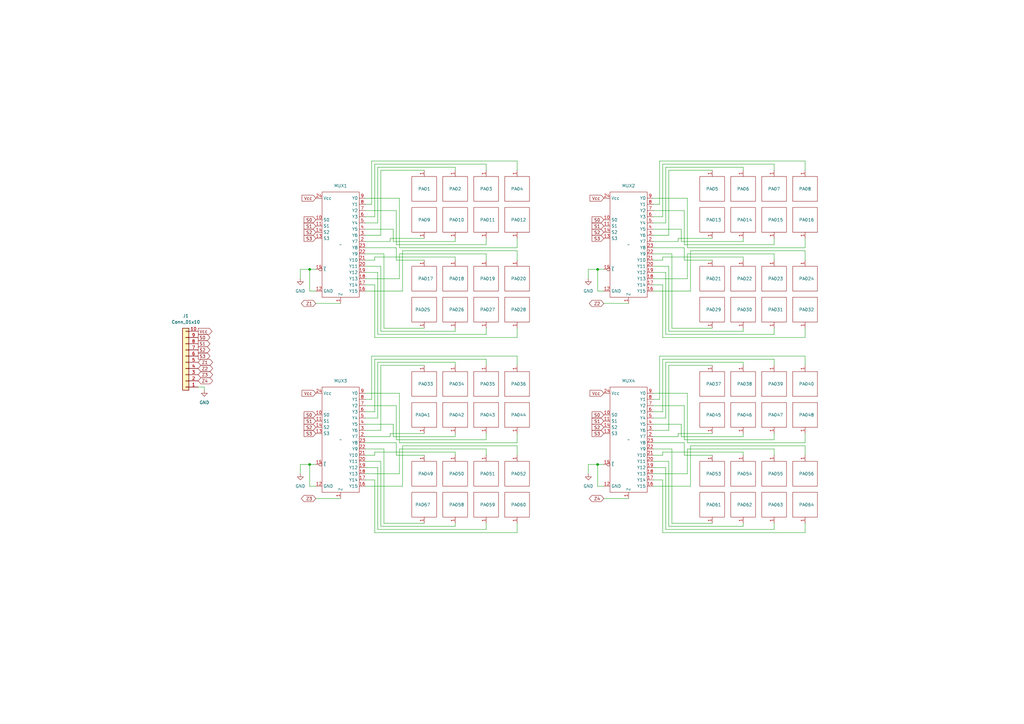
<source format=kicad_sch>
(kicad_sch (version 20230121) (generator eeschema)
  (paper "A3")
  (lib_symbols
    (symbol "Connector_Generic:Conn_01x10" (pin_names (offset 1.016) hide)
      (property "Reference" "J" (at 0 12.7 0))
      (property "Value" "Conn_01x10" (at 0 -15.24 0))
      (symbol "Conn_01x10_1_1"
        (rectangle (start -1.27 -12.573) (end 0 -12.827) (stroke (width 0.1524)))
        (rectangle (start -1.27 -10.033) (end 0 -10.287) (stroke (width 0.1524)))
        (rectangle (start -1.27 -7.493) (end 0 -7.747) (stroke (width 0.1524)))
        (rectangle (start -1.27 -4.953) (end 0 -5.207) (stroke (width 0.1524)))
        (rectangle (start -1.27 -2.413) (end 0 -2.667) (stroke (width 0.1524)))
        (rectangle (start -1.27 0.127) (end 0 -0.127) (stroke (width 0.1524)))
        (rectangle (start -1.27 2.667) (end 0 2.413) (stroke (width 0.1524)))
        (rectangle (start -1.27 5.207) (end 0 4.953) (stroke (width 0.1524)))
        (rectangle (start -1.27 7.747) (end 0 7.493) (stroke (width 0.1524)))
        (rectangle (start -1.27 10.287) (end 0 10.033) (stroke (width 0.1524)))
        (rectangle (start -1.27 11.43) (end 1.27 -13.97) (stroke (width 0.254)) (fill (type background)))
        (pin passive line (at -5.08 10.16 0) (length 3.81) (name "Pin_1") (number "1"))
        (pin passive line (at -5.08 -12.7 0) (length 3.81) (name "Pin_10") (number "10"))
        (pin passive line (at -5.08 7.62 0) (length 3.81) (name "Pin_2") (number "2"))
        (pin passive line (at -5.08 5.08 0) (length 3.81) (name "Pin_3") (number "3"))
        (pin passive line (at -5.08 2.54 0) (length 3.81) (name "Pin_4") (number "4"))
        (pin passive line (at -5.08 0 0) (length 3.81) (name "Pin_5") (number "5"))
        (pin passive line (at -5.08 -2.54 0) (length 3.81) (name "Pin_6") (number "6"))
        (pin passive line (at -5.08 -5.08 0) (length 3.81) (name "Pin_7") (number "7"))
        (pin passive line (at -5.08 -7.62 0) (length 3.81) (name "Pin_8") (number "8"))
        (pin passive line (at -5.08 -10.16 0) (length 3.81) (name "Pin_9") (number "9"))
      )
    )
    (symbol "gridcap_symbols:74HC4067PW-Q100J"
      (property "Reference" "MUX" (at 0 0 0))
      (symbol "74HC4067PW-Q100J_0_1"
        (rectangle (start -7.62 21.59) (end 7.62 -21.59))
      )
      (symbol "74HC4067PW-Q100J_1_1"
        (pin bidirectional line (at 0 -24.13 90) (length 2.54) (name "Z") (number "1"))
        (pin input line (at -10.16 10.16 0) (length 2.54) (name "S0") (number "10"))
        (pin input line (at -10.16 7.62 0) (length 2.54) (name "S1") (number "11"))
        (pin power_in line (at -10.16 -19.05 0) (length 2.54) (name "GND") (number "12"))
        (pin input line (at -10.16 2.54 0) (length 2.54) (name "S3") (number "13"))
        (pin input line (at -10.16 5.08 0) (length 2.54) (name "S2") (number "14"))
        (pin input inverted (at -10.16 -10.16 0) (length 2.54) (name "~{E}") (number "15"))
        (pin bidirectional line (at 10.16 -19.05 180) (length 2.54) (name "Y15") (number "16"))
        (pin bidirectional line (at 10.16 -16.51 180) (length 2.54) (name "Y14") (number "17"))
        (pin bidirectional line (at 10.16 -13.97 180) (length 2.54) (name "Y13") (number "18"))
        (pin bidirectional line (at 10.16 -11.43 180) (length 2.54) (name "Y12") (number "19"))
        (pin bidirectional line (at 10.16 1.27 180) (length 2.54) (name "Y7") (number "2"))
        (pin bidirectional line (at 10.16 -8.89 180) (length 2.54) (name "Y11") (number "20"))
        (pin bidirectional line (at 10.16 -6.35 180) (length 2.54) (name "Y10") (number "21"))
        (pin bidirectional line (at 10.16 -3.81 180) (length 2.54) (name "Y9") (number "22"))
        (pin bidirectional line (at 10.16 -1.27 180) (length 2.54) (name "Y8") (number "23"))
        (pin power_in line (at -10.16 19.05 0) (length 2.54) (name "Vcc") (number "24"))
        (pin bidirectional line (at 10.16 3.81 180) (length 2.54) (name "Y6") (number "3"))
        (pin bidirectional line (at 10.16 6.35 180) (length 2.54) (name "Y5") (number "4"))
        (pin bidirectional line (at 10.16 8.89 180) (length 2.54) (name "Y4") (number "5"))
        (pin bidirectional line (at 10.16 11.43 180) (length 2.54) (name "Y3") (number "6"))
        (pin bidirectional line (at 10.16 13.97 180) (length 2.54) (name "Y2") (number "7"))
        (pin bidirectional line (at 10.16 16.51 180) (length 2.54) (name "Y1") (number "8"))
        (pin bidirectional line (at 10.16 19.05 180) (length 2.54) (name "Y0") (number "9"))
      )
    )
    (symbol "gridcap_symbols:CAPACITOR_PAD"
      (property "Reference" "PAD" (at 0 0 0))
      (symbol "CAPACITOR_PAD_0_1"
        (rectangle (start -5.08 5.08) (end 5.08 -5.08))
      )
      (symbol "CAPACITOR_PAD_1_1"
        (pin bidirectional line (at 0 7.62 270) (length 2.54) (name "") (number "1"))
      )
    )
    (symbol "power:GND" (power) (pin_names (offset 0))
      (property "Value" "GND" (at 0 -3.81 0))
      (symbol "GND_0_1"
        (polyline (pts (xy 0 0) (xy 0 -1.27) (xy 1.27 -1.27) (xy 0 -2.54) (xy -1.27 -1.27) (xy 0 -1.27)))
      )
      (symbol "GND_1_1"
        (pin power_in line (at 0 0 270) (length 0) hide (name "GND") (number "1"))
      )
    )
  )
  (junction (at 127 190.5))
  (junction (at 245.11 190.5))
  (junction (at 127 110.49))
  (junction (at 245.11 110.49))
  (wire (pts (xy 149.86 81.28) (xy 163.83 81.28)))
  (wire (pts (xy 212.09 66.04) (xy 152.4 66.04)))
  (wire (pts (xy 271.78 168.91) (xy 271.78 147.32)))
  (wire (pts (xy 161.29 93.98) (xy 161.29 99.06)))
  (wire (pts (xy 304.8 185.42) (xy 304.8 186.69)))
  (wire (pts (xy 157.48 104.14) (xy 157.48 134.62)))
  (wire (pts (xy 267.97 88.9) (xy 271.78 88.9)))
  (wire (pts (xy 267.97 166.37) (xy 280.67 166.37)))
  (wire (pts (xy 153.67 88.9) (xy 153.67 67.31)))
  (wire (pts (xy 81.28 158.75) (xy 83.82 158.75)))
  (wire (pts (xy 271.78 138.43) (xy 330.2 138.43)))
  (wire (pts (xy 162.56 186.69) (xy 173.99 186.69)))
  (wire (pts (xy 275.59 214.63) (xy 292.1 214.63)))
  (wire (pts (xy 156.21 189.23) (xy 156.21 215.9)))
  (wire (pts (xy 247.65 110.49) (xy 245.11 110.49)))
  (wire (pts (xy 274.32 215.9) (xy 304.8 215.9)))
  (wire (pts (xy 129.54 124.46) (xy 139.7 124.46)))
  (wire (pts (xy 281.94 101.6) (xy 330.2 101.6)))
  (wire (pts (xy 156.21 69.85) (xy 173.99 69.85)))
  (wire (pts (xy 149.86 116.84) (xy 153.67 116.84)))
  (wire (pts (xy 83.82 158.75) (xy 83.82 160.02)))
  (wire (pts (xy 162.56 106.68) (xy 173.99 106.68)))
  (wire (pts (xy 154.94 217.17) (xy 199.39 217.17)))
  (wire (pts (xy 247.65 204.47) (xy 257.81 204.47)))
  (wire (pts (xy 160.02 99.06) (xy 149.86 99.06)))
  (wire (pts (xy 163.83 184.15) (xy 199.39 184.15)))
  (wire (pts (xy 154.94 137.16) (xy 199.39 137.16)))
  (wire (pts (xy 153.67 116.84) (xy 153.67 138.43)))
  (wire (pts (xy 270.51 66.04) (xy 270.51 83.82)))
  (wire (pts (xy 153.67 218.44) (xy 212.09 218.44)))
  (wire (pts (xy 267.97 196.85) (xy 271.78 196.85)))
  (wire (pts (xy 304.8 135.89) (xy 304.8 134.62)))
  (wire (pts (xy 278.13 179.07) (xy 267.97 179.07)))
  (wire (pts (xy 267.97 116.84) (xy 271.78 116.84)))
  (wire (pts (xy 149.86 166.37) (xy 162.56 166.37)))
  (wire (pts (xy 162.56 166.37) (xy 162.56 180.34)))
  (wire (pts (xy 153.67 105.41) (xy 153.67 106.68)))
  (wire (pts (xy 280.67 100.33) (xy 317.5 100.33)))
  (wire (pts (xy 161.29 99.06) (xy 186.69 99.06)))
  (wire (pts (xy 149.86 184.15) (xy 157.48 184.15)))
  (wire (pts (xy 162.56 101.6) (xy 162.56 106.68)))
  (wire (pts (xy 241.3 110.49) (xy 241.3 114.3)))
  (wire (pts (xy 212.09 69.85) (xy 212.09 66.04)))
  (wire (pts (xy 274.32 176.53) (xy 274.32 149.86)))
  (wire (pts (xy 156.21 96.52) (xy 156.21 69.85)))
  (wire (pts (xy 153.67 67.31) (xy 199.39 67.31)))
  (wire (pts (xy 153.67 106.68) (xy 149.86 106.68)))
  (wire (pts (xy 283.21 119.38) (xy 283.21 102.87)))
  (wire (pts (xy 267.97 181.61) (xy 280.67 181.61)))
  (wire (pts (xy 212.09 102.87) (xy 212.09 106.68)))
  (wire (pts (xy 157.48 214.63) (xy 173.99 214.63)))
  (wire (pts (xy 280.67 101.6) (xy 280.67 106.68)))
  (wire (pts (xy 245.11 190.5) (xy 241.3 190.5)))
  (wire (pts (xy 280.67 166.37) (xy 280.67 180.34)))
  (wire (pts (xy 267.97 93.98) (xy 279.4 93.98)))
  (wire (pts (xy 273.05 91.44) (xy 273.05 68.58)))
  (wire (pts (xy 156.21 149.86) (xy 173.99 149.86)))
  (wire (pts (xy 278.13 99.06) (xy 267.97 99.06)))
  (wire (pts (xy 149.86 104.14) (xy 157.48 104.14)))
  (wire (pts (xy 127 199.39) (xy 127 190.5)))
  (wire (pts (xy 279.4 173.99) (xy 279.4 179.07)))
  (wire (pts (xy 212.09 218.44) (xy 212.09 214.63)))
  (wire (pts (xy 317.5 137.16) (xy 317.5 134.62)))
  (wire (pts (xy 160.02 179.07) (xy 149.86 179.07)))
  (wire (pts (xy 245.11 110.49) (xy 241.3 110.49)))
  (wire (pts (xy 270.51 163.83) (xy 267.97 163.83)))
  (wire (pts (xy 267.97 168.91) (xy 271.78 168.91)))
  (wire (pts (xy 154.94 68.58) (xy 186.69 68.58)))
  (wire (pts (xy 271.78 67.31) (xy 317.5 67.31)))
  (wire (pts (xy 267.97 81.28) (xy 281.94 81.28)))
  (wire (pts (xy 330.2 102.87) (xy 330.2 106.68)))
  (wire (pts (xy 153.67 168.91) (xy 153.67 147.32)))
  (wire (pts (xy 161.29 173.99) (xy 161.29 179.07)))
  (wire (pts (xy 245.11 119.38) (xy 245.11 110.49)))
  (wire (pts (xy 271.78 106.68) (xy 267.97 106.68)))
  (wire (pts (xy 165.1 119.38) (xy 165.1 102.87)))
  (wire (pts (xy 275.59 104.14) (xy 275.59 134.62)))
  (wire (pts (xy 273.05 68.58) (xy 304.8 68.58)))
  (wire (pts (xy 212.09 181.61) (xy 212.09 177.8)))
  (wire (pts (xy 123.19 110.49) (xy 123.19 114.3)))
  (wire (pts (xy 163.83 194.31) (xy 163.83 184.15)))
  (wire (pts (xy 275.59 184.15) (xy 275.59 214.63)))
  (wire (pts (xy 281.94 161.29) (xy 281.94 181.61)))
  (wire (pts (xy 267.97 119.38) (xy 283.21 119.38)))
  (wire (pts (xy 163.83 161.29) (xy 163.83 181.61)))
  (wire (pts (xy 280.67 86.36) (xy 280.67 100.33)))
  (wire (pts (xy 271.78 147.32) (xy 317.5 147.32)))
  (wire (pts (xy 149.86 168.91) (xy 153.67 168.91)))
  (wire (pts (xy 129.54 119.38) (xy 127 119.38)))
  (wire (pts (xy 149.86 101.6) (xy 162.56 101.6)))
  (wire (pts (xy 149.86 189.23) (xy 156.21 189.23)))
  (wire (pts (xy 270.51 146.05) (xy 270.51 163.83)))
  (wire (pts (xy 149.86 196.85) (xy 153.67 196.85)))
  (wire (pts (xy 149.86 171.45) (xy 154.94 171.45)))
  (wire (pts (xy 330.2 218.44) (xy 330.2 214.63)))
  (wire (pts (xy 279.4 93.98) (xy 279.4 99.06)))
  (wire (pts (xy 149.86 173.99) (xy 161.29 173.99)))
  (wire (pts (xy 123.19 190.5) (xy 123.19 194.31)))
  (wire (pts (xy 267.97 91.44) (xy 273.05 91.44)))
  (wire (pts (xy 278.13 97.79) (xy 278.13 99.06)))
  (wire (pts (xy 212.09 146.05) (xy 152.4 146.05)))
  (wire (pts (xy 271.78 186.69) (xy 267.97 186.69)))
  (wire (pts (xy 271.78 196.85) (xy 271.78 218.44)))
  (wire (pts (xy 199.39 67.31) (xy 199.39 69.85)))
  (wire (pts (xy 161.29 179.07) (xy 186.69 179.07)))
  (wire (pts (xy 275.59 134.62) (xy 292.1 134.62)))
  (wire (pts (xy 247.65 199.39) (xy 245.11 199.39)))
  (wire (pts (xy 154.94 111.76) (xy 154.94 137.16)))
  (wire (pts (xy 283.21 182.88) (xy 330.2 182.88)))
  (wire (pts (xy 247.65 119.38) (xy 245.11 119.38)))
  (wire (pts (xy 281.94 194.31) (xy 281.94 184.15)))
  (wire (pts (xy 267.97 96.52) (xy 274.32 96.52)))
  (wire (pts (xy 273.05 137.16) (xy 317.5 137.16)))
  (wire (pts (xy 271.78 105.41) (xy 271.78 106.68)))
  (wire (pts (xy 247.65 124.46) (xy 257.81 124.46)))
  (wire (pts (xy 149.86 93.98) (xy 161.29 93.98)))
  (wire (pts (xy 149.86 194.31) (xy 163.83 194.31)))
  (wire (pts (xy 281.94 181.61) (xy 330.2 181.61)))
  (wire (pts (xy 186.69 68.58) (xy 186.69 69.85)))
  (wire (pts (xy 317.5 147.32) (xy 317.5 149.86)))
  (wire (pts (xy 274.32 149.86) (xy 292.1 149.86)))
  (wire (pts (xy 317.5 97.79) (xy 317.5 100.33)))
  (wire (pts (xy 271.78 185.42) (xy 271.78 186.69)))
  (wire (pts (xy 273.05 148.59) (xy 304.8 148.59)))
  (wire (pts (xy 280.67 186.69) (xy 292.1 186.69)))
  (wire (pts (xy 149.86 114.3) (xy 163.83 114.3)))
  (wire (pts (xy 152.4 83.82) (xy 149.86 83.82)))
  (wire (pts (xy 330.2 146.05) (xy 270.51 146.05)))
  (wire (pts (xy 127 110.49) (xy 123.19 110.49)))
  (wire (pts (xy 281.94 81.28) (xy 281.94 101.6)))
  (wire (pts (xy 199.39 137.16) (xy 199.39 134.62)))
  (wire (pts (xy 149.86 91.44) (xy 154.94 91.44)))
  (wire (pts (xy 271.78 105.41) (xy 304.8 105.41)))
  (wire (pts (xy 186.69 185.42) (xy 186.69 186.69)))
  (wire (pts (xy 212.09 101.6) (xy 212.09 97.79)))
  (wire (pts (xy 317.5 184.15) (xy 317.5 186.69)))
  (wire (pts (xy 149.86 96.52) (xy 156.21 96.52)))
  (wire (pts (xy 212.09 149.86) (xy 212.09 146.05)))
  (wire (pts (xy 163.83 81.28) (xy 163.83 101.6)))
  (wire (pts (xy 270.51 83.82) (xy 267.97 83.82)))
  (wire (pts (xy 186.69 105.41) (xy 186.69 106.68)))
  (wire (pts (xy 330.2 69.85) (xy 330.2 66.04)))
  (wire (pts (xy 271.78 88.9) (xy 271.78 67.31)))
  (wire (pts (xy 129.54 110.49) (xy 127 110.49)))
  (wire (pts (xy 273.05 191.77) (xy 273.05 217.17)))
  (wire (pts (xy 165.1 182.88) (xy 212.09 182.88)))
  (wire (pts (xy 154.94 148.59) (xy 186.69 148.59)))
  (wire (pts (xy 162.56 86.36) (xy 162.56 100.33)))
  (wire (pts (xy 186.69 148.59) (xy 186.69 149.86)))
  (wire (pts (xy 283.21 199.39) (xy 283.21 182.88)))
  (wire (pts (xy 267.97 161.29) (xy 281.94 161.29)))
  (wire (pts (xy 149.86 181.61) (xy 162.56 181.61)))
  (wire (pts (xy 330.2 66.04) (xy 270.51 66.04)))
  (wire (pts (xy 149.86 161.29) (xy 163.83 161.29)))
  (wire (pts (xy 292.1 97.79) (xy 278.13 97.79)))
  (wire (pts (xy 149.86 88.9) (xy 153.67 88.9)))
  (wire (pts (xy 156.21 176.53) (xy 156.21 149.86)))
  (wire (pts (xy 304.8 148.59) (xy 304.8 149.86)))
  (wire (pts (xy 153.67 105.41) (xy 186.69 105.41)))
  (wire (pts (xy 162.56 180.34) (xy 199.39 180.34)))
  (wire (pts (xy 163.83 114.3) (xy 163.83 104.14)))
  (wire (pts (xy 281.94 114.3) (xy 281.94 104.14)))
  (wire (pts (xy 317.5 104.14) (xy 317.5 106.68)))
  (wire (pts (xy 149.86 119.38) (xy 165.1 119.38)))
  (wire (pts (xy 317.5 217.17) (xy 317.5 214.63)))
  (wire (pts (xy 274.32 69.85) (xy 292.1 69.85)))
  (wire (pts (xy 245.11 199.39) (xy 245.11 190.5)))
  (wire (pts (xy 330.2 101.6) (xy 330.2 97.79)))
  (wire (pts (xy 304.8 177.8) (xy 304.8 179.07)))
  (wire (pts (xy 156.21 135.89) (xy 186.69 135.89)))
  (wire (pts (xy 156.21 215.9) (xy 186.69 215.9)))
  (wire (pts (xy 149.86 111.76) (xy 154.94 111.76)))
  (wire (pts (xy 274.32 135.89) (xy 304.8 135.89)))
  (wire (pts (xy 304.8 215.9) (xy 304.8 214.63)))
  (wire (pts (xy 267.97 101.6) (xy 280.67 101.6)))
  (wire (pts (xy 304.8 68.58) (xy 304.8 69.85)))
  (wire (pts (xy 199.39 217.17) (xy 199.39 214.63)))
  (wire (pts (xy 153.67 185.42) (xy 186.69 185.42)))
  (wire (pts (xy 280.67 180.34) (xy 317.5 180.34)))
  (wire (pts (xy 186.69 97.79) (xy 186.69 99.06)))
  (wire (pts (xy 280.67 106.68) (xy 292.1 106.68)))
  (wire (pts (xy 154.94 191.77) (xy 154.94 217.17)))
  (wire (pts (xy 274.32 109.22) (xy 274.32 135.89)))
  (wire (pts (xy 186.69 177.8) (xy 186.69 179.07)))
  (wire (pts (xy 280.67 181.61) (xy 280.67 186.69)))
  (wire (pts (xy 162.56 181.61) (xy 162.56 186.69)))
  (wire (pts (xy 273.05 111.76) (xy 273.05 137.16)))
  (wire (pts (xy 271.78 218.44) (xy 330.2 218.44)))
  (wire (pts (xy 304.8 97.79) (xy 304.8 99.06)))
  (wire (pts (xy 165.1 102.87) (xy 212.09 102.87)))
  (wire (pts (xy 157.48 134.62) (xy 173.99 134.62)))
  (wire (pts (xy 153.67 186.69) (xy 149.86 186.69)))
  (wire (pts (xy 267.97 173.99) (xy 279.4 173.99)))
  (wire (pts (xy 154.94 171.45) (xy 154.94 148.59)))
  (wire (pts (xy 304.8 105.41) (xy 304.8 106.68)))
  (wire (pts (xy 173.99 177.8) (xy 160.02 177.8)))
  (wire (pts (xy 152.4 66.04) (xy 152.4 83.82)))
  (wire (pts (xy 267.97 189.23) (xy 274.32 189.23)))
  (wire (pts (xy 247.65 190.5) (xy 245.11 190.5)))
  (wire (pts (xy 278.13 177.8) (xy 278.13 179.07)))
  (wire (pts (xy 127 119.38) (xy 127 110.49)))
  (wire (pts (xy 160.02 97.79) (xy 160.02 99.06)))
  (wire (pts (xy 274.32 96.52) (xy 274.32 69.85)))
  (wire (pts (xy 292.1 177.8) (xy 278.13 177.8)))
  (wire (pts (xy 157.48 184.15) (xy 157.48 214.63)))
  (wire (pts (xy 267.97 109.22) (xy 274.32 109.22)))
  (wire (pts (xy 149.86 86.36) (xy 162.56 86.36)))
  (wire (pts (xy 153.67 185.42) (xy 153.67 186.69)))
  (wire (pts (xy 267.97 104.14) (xy 275.59 104.14)))
  (wire (pts (xy 129.54 190.5) (xy 127 190.5)))
  (wire (pts (xy 267.97 111.76) (xy 273.05 111.76)))
  (wire (pts (xy 273.05 217.17) (xy 317.5 217.17)))
  (wire (pts (xy 267.97 194.31) (xy 281.94 194.31)))
  (wire (pts (xy 281.94 184.15) (xy 317.5 184.15)))
  (wire (pts (xy 149.86 176.53) (xy 156.21 176.53)))
  (wire (pts (xy 273.05 171.45) (xy 273.05 148.59)))
  (wire (pts (xy 149.86 199.39) (xy 165.1 199.39)))
  (wire (pts (xy 330.2 182.88) (xy 330.2 186.69)))
  (wire (pts (xy 330.2 181.61) (xy 330.2 177.8)))
  (wire (pts (xy 186.69 135.89) (xy 186.69 134.62)))
  (wire (pts (xy 152.4 163.83) (xy 149.86 163.83)))
  (wire (pts (xy 129.54 204.47) (xy 139.7 204.47)))
  (wire (pts (xy 267.97 191.77) (xy 273.05 191.77)))
  (wire (pts (xy 330.2 149.86) (xy 330.2 146.05)))
  (wire (pts (xy 267.97 171.45) (xy 273.05 171.45)))
  (wire (pts (xy 199.39 97.79) (xy 199.39 100.33)))
  (wire (pts (xy 153.67 147.32) (xy 199.39 147.32)))
  (wire (pts (xy 154.94 91.44) (xy 154.94 68.58)))
  (wire (pts (xy 163.83 101.6) (xy 212.09 101.6)))
  (wire (pts (xy 267.97 176.53) (xy 274.32 176.53)))
  (wire (pts (xy 160.02 177.8) (xy 160.02 179.07)))
  (wire (pts (xy 152.4 146.05) (xy 152.4 163.83)))
  (wire (pts (xy 186.69 215.9) (xy 186.69 214.63)))
  (wire (pts (xy 156.21 109.22) (xy 156.21 135.89)))
  (wire (pts (xy 330.2 138.43) (xy 330.2 134.62)))
  (wire (pts (xy 271.78 185.42) (xy 304.8 185.42)))
  (wire (pts (xy 212.09 138.43) (xy 212.09 134.62)))
  (wire (pts (xy 274.32 189.23) (xy 274.32 215.9)))
  (wire (pts (xy 153.67 138.43) (xy 212.09 138.43)))
  (wire (pts (xy 173.99 97.79) (xy 160.02 97.79)))
  (wire (pts (xy 153.67 196.85) (xy 153.67 218.44)))
  (wire (pts (xy 283.21 102.87) (xy 330.2 102.87)))
  (wire (pts (xy 267.97 86.36) (xy 280.67 86.36)))
  (wire (pts (xy 317.5 177.8) (xy 317.5 180.34)))
  (wire (pts (xy 267.97 199.39) (xy 283.21 199.39)))
  (wire (pts (xy 199.39 184.15) (xy 199.39 186.69)))
  (wire (pts (xy 279.4 99.06) (xy 304.8 99.06)))
  (wire (pts (xy 199.39 177.8) (xy 199.39 180.34)))
  (wire (pts (xy 163.83 104.14) (xy 199.39 104.14)))
  (wire (pts (xy 162.56 100.33) (xy 199.39 100.33)))
  (wire (pts (xy 241.3 190.5) (xy 241.3 194.31)))
  (wire (pts (xy 281.94 104.14) (xy 317.5 104.14)))
  (wire (pts (xy 279.4 179.07) (xy 304.8 179.07)))
  (wire (pts (xy 163.83 181.61) (xy 212.09 181.61)))
  (wire (pts (xy 149.86 191.77) (xy 154.94 191.77)))
  (wire (pts (xy 127 190.5) (xy 123.19 190.5)))
  (wire (pts (xy 267.97 184.15) (xy 275.59 184.15)))
  (wire (pts (xy 267.97 114.3) (xy 281.94 114.3)))
  (wire (pts (xy 165.1 199.39) (xy 165.1 182.88)))
  (wire (pts (xy 199.39 104.14) (xy 199.39 106.68)))
  (wire (pts (xy 212.09 182.88) (xy 212.09 186.69)))
  (wire (pts (xy 317.5 67.31) (xy 317.5 69.85)))
  (wire (pts (xy 129.54 199.39) (xy 127 199.39)))
  (wire (pts (xy 271.78 116.84) (xy 271.78 138.43)))
  (wire (pts (xy 199.39 147.32) (xy 199.39 149.86)))
  (wire (pts (xy 149.86 109.22) (xy 156.21 109.22)))
  (global_label "S3" (shape input) (at 129.54 97.79 180) (property "Intersheetrefs" "${INTERSHEET_REFS}" (effects hide)))
  (global_label "S1" (shape input) (at 247.65 92.71 180) (property "Intersheetrefs" "${INTERSHEET_REFS}" (effects hide)))
  (global_label "Vcc" (shape output) (at 81.28 135.89 0) (property "Intersheetrefs" "${INTERSHEET_REFS}" (effects hide)))
  (global_label "S0" (shape input) (at 129.54 170.18 180) (property "Intersheetrefs" "${INTERSHEET_REFS}" (effects hide)))
  (global_label "S1" (shape input) (at 129.54 172.72 180) (property "Intersheetrefs" "${INTERSHEET_REFS}" (effects hide)))
  (global_label "S0" (shape input) (at 129.54 90.17 180) (property "Intersheetrefs" "${INTERSHEET_REFS}" (effects hide)))
  (global_label "Z4" (shape bidirectional) (at 81.28 156.21 0) (property "Intersheetrefs" "${INTERSHEET_REFS}" (effects hide)))
  (global_label "S2" (shape input) (at 129.54 95.25 180) (property "Intersheetrefs" "${INTERSHEET_REFS}" (effects hide)))
  (global_label "S1" (shape input) (at 247.65 172.72 180) (property "Intersheetrefs" "${INTERSHEET_REFS}" (effects hide)))
  (global_label "Vcc" (shape input) (at 129.54 81.28 180) (property "Intersheetrefs" "${INTERSHEET_REFS}" (effects hide)))
  (global_label "Z2" (shape bidirectional) (at 81.28 151.13 0) (property "Intersheetrefs" "${INTERSHEET_REFS}" (effects hide)))
  (global_label "S1" (shape output) (at 81.28 140.97 0) (property "Intersheetrefs" "${INTERSHEET_REFS}" (effects hide)))
  (global_label "Z3" (shape bidirectional) (at 81.28 153.67 0) (property "Intersheetrefs" "${INTERSHEET_REFS}" (effects hide)))
  (global_label "S3" (shape input) (at 247.65 97.79 180) (property "Intersheetrefs" "${INTERSHEET_REFS}" (effects hide)))
  (global_label "Vcc" (shape input) (at 247.65 161.29 180) (property "Intersheetrefs" "${INTERSHEET_REFS}" (effects hide)))
  (global_label "S2" (shape input) (at 247.65 95.25 180) (property "Intersheetrefs" "${INTERSHEET_REFS}" (effects hide)))
  (global_label "S0" (shape output) (at 81.28 138.43 0) (property "Intersheetrefs" "${INTERSHEET_REFS}" (effects hide)))
  (global_label "S0" (shape input) (at 247.65 170.18 180) (property "Intersheetrefs" "${INTERSHEET_REFS}" (effects hide)))
  (global_label "Vcc" (shape input) (at 129.54 161.29 180) (property "Intersheetrefs" "${INTERSHEET_REFS}" (effects hide)))
  (global_label "S2" (shape output) (at 81.28 143.51 0) (property "Intersheetrefs" "${INTERSHEET_REFS}" (effects hide)))
  (global_label "S3" (shape input) (at 247.65 177.8 180) (property "Intersheetrefs" "${INTERSHEET_REFS}" (effects hide)))
  (global_label "Vcc" (shape input) (at 247.65 81.28 180) (property "Intersheetrefs" "${INTERSHEET_REFS}" (effects hide)))
  (global_label "Z4" (shape bidirectional) (at 247.65 204.47 180) (property "Intersheetrefs" "${INTERSHEET_REFS}" (effects hide)))
  (global_label "S3" (shape input) (at 129.54 177.8 180) (property "Intersheetrefs" "${INTERSHEET_REFS}" (effects hide)))
  (global_label "S0" (shape input) (at 247.65 90.17 180) (property "Intersheetrefs" "${INTERSHEET_REFS}" (effects hide)))
  (global_label "Z1" (shape bidirectional) (at 81.28 148.59 0) (property "Intersheetrefs" "${INTERSHEET_REFS}" (effects hide)))
  (global_label "Z1" (shape bidirectional) (at 129.54 124.46 180) (property "Intersheetrefs" "${INTERSHEET_REFS}" (effects hide)))
  (global_label "S1" (shape input) (at 129.54 92.71 180) (property "Intersheetrefs" "${INTERSHEET_REFS}" (effects hide)))
  (global_label "Z2" (shape bidirectional) (at 247.65 124.46 180) (property "Intersheetrefs" "${INTERSHEET_REFS}" (effects hide)))
  (global_label "S2" (shape input) (at 247.65 175.26 180) (property "Intersheetrefs" "${INTERSHEET_REFS}" (effects hide)))
  (global_label "Z3" (shape bidirectional) (at 129.54 204.47 180) (property "Intersheetrefs" "${INTERSHEET_REFS}" (effects hide)))
  (global_label "S3" (shape output) (at 81.28 146.05 0) (property "Intersheetrefs" "${INTERSHEET_REFS}" (effects hide)))
  (global_label "S2" (shape input) (at 129.54 175.26 180) (property "Intersheetrefs" "${INTERSHEET_REFS}" (effects hide)))
  (symbol (lib_id "gridcap_symbols:CAPACITOR_PAD") (at 173.99 127 180) (unit 1)
    (property "Reference" "PAD25" (at 176.53 127 0) (effects (justify left)))
    (property "Value" "~" (at 173.99 127 0))
    (property "Footprint" "gridcap_footprints:CAPACITOR_PAD" (effects hide))
  )
  (symbol (lib_id "gridcap_symbols:CAPACITOR_PAD") (at 330.2 114.3 0) (unit 1)
    (property "Reference" "PAD24" (at 327.66 114.3 0) (effects (justify left)))
    (property "Value" "~" (at 330.2 114.3 0))
    (property "Footprint" "gridcap_footprints:CAPACITOR_PAD" (effects hide))
  )
  (symbol (lib_id "gridcap_symbols:CAPACITOR_PAD") (at 199.39 207.01 0) (mirror x) (unit 1)
    (property "Reference" "PAD59" (at 196.85 207.01 0) (effects (justify left)))
    (property "Value" "~" (at 199.39 207.01 0))
    (property "Footprint" "gridcap_footprints:CAPACITOR_PAD" (effects hide))
  )
  (symbol (lib_id "gridcap_symbols:CAPACITOR_PAD") (at 212.09 157.48 0) (unit 1)
    (property "Reference" "PAD36" (at 209.55 157.48 0) (effects (justify left)))
    (property "Value" "~" (at 212.09 157.48 0))
    (property "Footprint" "gridcap_footprints:CAPACITOR_PAD" (effects hide))
  )
  (symbol (lib_id "gridcap_symbols:CAPACITOR_PAD") (at 304.8 207.01 0) (mirror x) (unit 1)
    (property "Reference" "PAD62" (at 302.26 207.01 0) (effects (justify left)))
    (property "Value" "~" (at 304.8 207.01 0))
    (property "Footprint" "gridcap_footprints:CAPACITOR_PAD" (effects hide))
  )
  (symbol (lib_id "gridcap_symbols:CAPACITOR_PAD") (at 317.5 127 0) (mirror x) (unit 1)
    (property "Reference" "PAD31" (at 314.96 127 0) (effects (justify left)))
    (property "Value" "~" (at 317.5 127 0))
    (property "Footprint" "gridcap_footprints:CAPACITOR_PAD" (effects hide))
  )
  (symbol (lib_id "gridcap_symbols:CAPACITOR_PAD") (at 292.1 114.3 0) (unit 1)
    (property "Reference" "PAD21" (at 289.56 114.3 0) (effects (justify left)))
    (property "Value" "~" (at 292.1 114.3 0))
    (property "Footprint" "gridcap_footprints:CAPACITOR_PAD" (effects hide))
  )
  (symbol (lib_id "gridcap_symbols:CAPACITOR_PAD") (at 317.5 77.47 0) (unit 1)
    (property "Reference" "PAD7" (at 314.96 77.47 0) (effects (justify left)))
    (property "Value" "~" (at 317.5 77.47 0))
    (property "Footprint" "gridcap_footprints:CAPACITOR_PAD" (effects hide))
  )
  (symbol (lib_id "gridcap_symbols:CAPACITOR_PAD") (at 330.2 127 0) (mirror x) (unit 1)
    (property "Reference" "PAD32" (at 327.66 127 0) (effects (justify left)))
    (property "Value" "~" (at 330.2 127 0))
    (property "Footprint" "gridcap_footprints:CAPACITOR_PAD" (effects hide))
  )
  (symbol (lib_id "gridcap_symbols:CAPACITOR_PAD") (at 317.5 194.31 0) (unit 1)
    (property "Reference" "PAD55" (at 314.96 194.31 0) (effects (justify left)))
    (property "Value" "~" (at 317.5 194.31 0))
    (property "Footprint" "gridcap_footprints:CAPACITOR_PAD" (effects hide))
  )
  (symbol (lib_id "power:GND") (at 241.3 114.3 0) (unit 1)
    (property "Reference" "#PWR02" (effects hide))
    (property "Value" "GND" (at 241.3 119.38 0))
  )
  (symbol (lib_id "gridcap_symbols:CAPACITOR_PAD") (at 212.09 114.3 0) (unit 1)
    (property "Reference" "PAD20" (at 209.55 114.3 0) (effects (justify left)))
    (property "Value" "~" (at 212.09 114.3 0))
    (property "Footprint" "gridcap_footprints:CAPACITOR_PAD" (effects hide))
  )
  (symbol (lib_id "gridcap_symbols:CAPACITOR_PAD") (at 292.1 157.48 0) (unit 1)
    (property "Reference" "PAD37" (at 289.56 157.48 0) (effects (justify left)))
    (property "Value" "~" (at 292.1 157.48 0))
    (property "Footprint" "gridcap_footprints:CAPACITOR_PAD" (effects hide))
  )
  (symbol (lib_id "gridcap_symbols:CAPACITOR_PAD") (at 292.1 127 0) (mirror x) (unit 1)
    (property "Reference" "PAD29" (at 289.56 127 0) (effects (justify left)))
    (property "Value" "~" (at 292.1 127 0))
    (property "Footprint" "gridcap_footprints:CAPACITOR_PAD" (effects hide))
  )
  (symbol (lib_id "gridcap_symbols:CAPACITOR_PAD") (at 317.5 157.48 0) (unit 1)
    (property "Reference" "PAD39" (at 314.96 157.48 0) (effects (justify left)))
    (property "Value" "~" (at 317.5 157.48 0))
    (property "Footprint" "gridcap_footprints:CAPACITOR_PAD" (effects hide))
  )
  (symbol (lib_id "gridcap_symbols:CAPACITOR_PAD") (at 292.1 77.47 0) (unit 1)
    (property "Reference" "PAD5" (at 289.56 77.47 0) (effects (justify left)))
    (property "Value" "~" (at 292.1 77.47 0))
    (property "Footprint" "gridcap_footprints:CAPACITOR_PAD" (effects hide))
  )
  (symbol (lib_id "gridcap_symbols:CAPACITOR_PAD") (at 292.1 90.17 0) (mirror x) (unit 1)
    (property "Reference" "PAD13" (at 289.56 90.17 0) (effects (justify left)))
    (property "Value" "~" (at 292.1 90.17 0))
    (property "Footprint" "gridcap_footprints:CAPACITOR_PAD" (effects hide))
  )
  (symbol (lib_id "power:GND") (at 83.82 160.02 0) (unit 1)
    (property "Reference" "#PWR05" (effects hide))
    (property "Value" "GND" (at 83.82 165.1 0))
  )
  (symbol (lib_id "gridcap_symbols:CAPACITOR_PAD") (at 186.69 127 0) (mirror x) (unit 1)
    (property "Reference" "PAD26" (at 184.15 127 0) (effects (justify left)))
    (property "Value" "~" (at 186.69 127 0))
    (property "Footprint" "gridcap_footprints:CAPACITOR_PAD" (effects hide))
  )
  (symbol (lib_id "gridcap_symbols:CAPACITOR_PAD") (at 199.39 157.48 0) (unit 1)
    (property "Reference" "PAD35" (at 196.85 157.48 0) (effects (justify left)))
    (property "Value" "~" (at 199.39 157.48 0))
    (property "Footprint" "gridcap_footprints:CAPACITOR_PAD" (effects hide))
  )
  (symbol (lib_id "gridcap_symbols:CAPACITOR_PAD") (at 317.5 207.01 0) (mirror x) (unit 1)
    (property "Reference" "PAD63" (at 314.96 207.01 0) (effects (justify left)))
    (property "Value" "~" (at 317.5 207.01 0))
    (property "Footprint" "gridcap_footprints:CAPACITOR_PAD" (effects hide))
  )
  (symbol (lib_id "gridcap_symbols:CAPACITOR_PAD") (at 292.1 170.18 0) (mirror x) (unit 1)
    (property "Reference" "PAD45" (at 289.56 170.18 0) (effects (justify left)))
    (property "Value" "~" (at 292.1 170.18 0))
    (property "Footprint" "gridcap_footprints:CAPACITOR_PAD" (effects hide))
  )
  (symbol (lib_id "gridcap_symbols:CAPACITOR_PAD") (at 292.1 207.01 0) (mirror x) (unit 1)
    (property "Reference" "PAD61" (at 289.56 207.01 0) (effects (justify left)))
    (property "Value" "~" (at 292.1 207.01 0))
    (property "Footprint" "gridcap_footprints:CAPACITOR_PAD" (effects hide))
  )
  (symbol (lib_id "gridcap_symbols:CAPACITOR_PAD") (at 186.69 194.31 0) (unit 1)
    (property "Reference" "PAD50" (at 184.15 194.31 0) (effects (justify left)))
    (property "Value" "~" (at 186.69 194.31 0))
    (property "Footprint" "gridcap_footprints:CAPACITOR_PAD" (effects hide))
  )
  (symbol (lib_id "gridcap_symbols:CAPACITOR_PAD") (at 199.39 127 0) (mirror x) (unit 1)
    (property "Reference" "PAD27" (at 196.85 127 0) (effects (justify left)))
    (property "Value" "~" (at 199.39 127 0))
    (property "Footprint" "gridcap_footprints:CAPACITOR_PAD" (effects hide))
  )
  (symbol (lib_id "gridcap_symbols:CAPACITOR_PAD") (at 317.5 114.3 0) (unit 1)
    (property "Reference" "PAD23" (at 314.96 114.3 0) (effects (justify left)))
    (property "Value" "~" (at 317.5 114.3 0))
    (property "Footprint" "gridcap_footprints:CAPACITOR_PAD" (effects hide))
  )
  (symbol (lib_id "power:GND") (at 241.3 194.31 0) (unit 1)
    (property "Reference" "#PWR04" (effects hide))
    (property "Value" "GND" (at 241.3 199.39 0))
  )
  (symbol (lib_id "Connector_Generic:Conn_01x10") (at 76.2 148.59 180) (unit 1)
    (property "Reference" "J1" (at 76.2 129.54 0))
    (property "Value" "Conn_01x10" (at 76.2 132.08 0))
    (property "Footprint" "Connector_PinHeader_2.54mm:PinHeader_1x10_P2.54mm_Vertical" (effects hide))
  )
  (symbol (lib_id "gridcap_symbols:CAPACITOR_PAD") (at 304.8 127 0) (mirror x) (unit 1)
    (property "Reference" "PAD30" (at 302.26 127 0) (effects (justify left)))
    (property "Value" "~" (at 304.8 127 0))
    (property "Footprint" "gridcap_footprints:CAPACITOR_PAD" (effects hide))
  )
  (symbol (lib_id "gridcap_symbols:CAPACITOR_PAD") (at 199.39 170.18 0) (mirror x) (unit 1)
    (property "Reference" "PAD43" (at 196.85 170.18 0) (effects (justify left)))
    (property "Value" "~" (at 199.39 170.18 0))
    (property "Footprint" "gridcap_footprints:CAPACITOR_PAD" (effects hide))
  )
  (symbol (lib_id "gridcap_symbols:74HC4067PW-Q100J") (at 257.81 100.33 0) (unit 1)
    (property "Reference" "MUX2" (at 257.81 76.2 0))
    (property "Value" "~" (at 257.81 100.33 0))
    (property "Footprint" "gridcap_footprints:74HC4067PW-Q100J" (effects hide))
  )
  (symbol (lib_id "gridcap_symbols:74HC4067PW-Q100J") (at 139.7 100.33 0) (unit 1)
    (property "Reference" "MUX1" (at 139.7 76.2 0))
    (property "Value" "~" (at 139.7 100.33 0))
    (property "Footprint" "gridcap_footprints:74HC4067PW-Q100J" (effects hide))
  )
  (symbol (lib_id "power:GND") (at 123.19 194.31 0) (unit 1)
    (property "Reference" "#PWR03" (effects hide))
    (property "Value" "GND" (at 123.19 199.39 0))
  )
  (symbol (lib_id "gridcap_symbols:CAPACITOR_PAD") (at 186.69 77.47 0) (unit 1)
    (property "Reference" "PAD2" (at 184.15 77.47 0) (effects (justify left)))
    (property "Value" "~" (at 186.69 77.47 0))
    (property "Footprint" "gridcap_footprints:CAPACITOR_PAD" (effects hide))
  )
  (symbol (lib_id "gridcap_symbols:CAPACITOR_PAD") (at 212.09 170.18 0) (mirror x) (unit 1)
    (property "Reference" "PAD44" (at 209.55 170.18 0) (effects (justify left)))
    (property "Value" "~" (at 212.09 170.18 0))
    (property "Footprint" "gridcap_footprints:CAPACITOR_PAD" (effects hide))
  )
  (symbol (lib_id "gridcap_symbols:74HC4067PW-Q100J") (at 257.81 180.34 0) (unit 1)
    (property "Reference" "MUX4" (at 257.81 156.21 0))
    (property "Value" "~" (at 257.81 180.34 0))
    (property "Footprint" "gridcap_footprints:74HC4067PW-Q100J" (effects hide))
  )
  (symbol (lib_id "gridcap_symbols:CAPACITOR_PAD") (at 173.99 114.3 0) (unit 1)
    (property "Reference" "PAD17" (at 171.45 114.3 0) (effects (justify left)))
    (property "Value" "~" (at 173.99 114.3 0))
    (property "Footprint" "gridcap_footprints:CAPACITOR_PAD" (effects hide))
  )
  (symbol (lib_id "gridcap_symbols:CAPACITOR_PAD") (at 186.69 90.17 0) (mirror x) (unit 1)
    (property "Reference" "PAD10" (at 184.15 90.17 0) (effects (justify left)))
    (property "Value" "~" (at 186.69 90.17 0))
    (property "Footprint" "gridcap_footprints:CAPACITOR_PAD" (effects hide))
  )
  (symbol (lib_id "gridcap_symbols:CAPACITOR_PAD") (at 212.09 207.01 0) (mirror x) (unit 1)
    (property "Reference" "PAD60" (at 209.55 207.01 0) (effects (justify left)))
    (property "Value" "~" (at 212.09 207.01 0))
    (property "Footprint" "gridcap_footprints:CAPACITOR_PAD" (effects hide))
  )
  (symbol (lib_id "gridcap_symbols:CAPACITOR_PAD") (at 304.8 90.17 0) (mirror x) (unit 1)
    (property "Reference" "PAD14" (at 302.26 90.17 0) (effects (justify left)))
    (property "Value" "~" (at 304.8 90.17 0))
    (property "Footprint" "gridcap_footprints:CAPACITOR_PAD" (effects hide))
  )
  (symbol (lib_id "gridcap_symbols:74HC4067PW-Q100J") (at 139.7 180.34 0) (unit 1)
    (property "Reference" "MUX3" (at 139.7 156.21 0))
    (property "Value" "~" (at 139.7 180.34 0))
    (property "Footprint" "gridcap_footprints:74HC4067PW-Q100J" (effects hide))
  )
  (symbol (lib_id "power:GND") (at 123.19 114.3 0) (unit 1)
    (property "Reference" "#PWR01" (effects hide))
    (property "Value" "GND" (at 123.19 119.38 0))
  )
  (symbol (lib_id "gridcap_symbols:CAPACITOR_PAD") (at 212.09 77.47 0) (unit 1)
    (property "Reference" "PAD4" (at 209.55 77.47 0) (effects (justify left)))
    (property "Value" "~" (at 212.09 77.47 0))
    (property "Footprint" "gridcap_footprints:CAPACITOR_PAD" (effects hide))
  )
  (symbol (lib_id "gridcap_symbols:CAPACITOR_PAD") (at 173.99 90.17 180) (unit 1)
    (property "Reference" "PAD9" (at 176.53 90.17 0) (effects (justify left)))
    (property "Value" "~" (at 173.99 90.17 0))
    (property "Footprint" "gridcap_footprints:CAPACITOR_PAD" (effects hide))
  )
  (symbol (lib_id "gridcap_symbols:CAPACITOR_PAD") (at 212.09 90.17 0) (mirror x) (unit 1)
    (property "Reference" "PAD12" (at 209.55 90.17 0) (effects (justify left)))
    (property "Value" "~" (at 212.09 90.17 0))
    (property "Footprint" "gridcap_footprints:CAPACITOR_PAD" (effects hide))
  )
  (symbol (lib_id "gridcap_symbols:CAPACITOR_PAD") (at 304.8 157.48 0) (unit 1)
    (property "Reference" "PAD38" (at 302.26 157.48 0) (effects (justify left)))
    (property "Value" "~" (at 304.8 157.48 0))
    (property "Footprint" "gridcap_footprints:CAPACITOR_PAD" (effects hide))
  )
  (symbol (lib_id "gridcap_symbols:CAPACITOR_PAD") (at 173.99 77.47 0) (unit 1)
    (property "Reference" "PAD1" (at 173.99 77.47 0))
    (property "Value" "~" (at 173.99 77.47 0))
    (property "Footprint" "gridcap_footprints:CAPACITOR_PAD" (effects hide))
  )
  (symbol (lib_id "gridcap_symbols:CAPACITOR_PAD") (at 304.8 170.18 0) (mirror x) (unit 1)
    (property "Reference" "PAD46" (at 302.26 170.18 0) (effects (justify left)))
    (property "Value" "~" (at 304.8 170.18 0))
    (property "Footprint" "gridcap_footprints:CAPACITOR_PAD" (effects hide))
  )
  (symbol (lib_id "gridcap_symbols:CAPACITOR_PAD") (at 330.2 90.17 0) (mirror x) (unit 1)
    (property "Reference" "PAD16" (at 327.66 90.17 0) (effects (justify left)))
    (property "Value" "~" (at 330.2 90.17 0))
    (property "Footprint" "gridcap_footprints:CAPACITOR_PAD" (effects hide))
  )
  (symbol (lib_id "gridcap_symbols:CAPACITOR_PAD") (at 173.99 170.18 180) (unit 1)
    (property "Reference" "PAD41" (at 176.53 170.18 0) (effects (justify left)))
    (property "Value" "~" (at 173.99 170.18 0))
    (property "Footprint" "gridcap_footprints:CAPACITOR_PAD" (effects hide))
  )
  (symbol (lib_id "gridcap_symbols:CAPACITOR_PAD") (at 173.99 194.31 0) (unit 1)
    (property "Reference" "PAD49" (at 171.45 194.31 0) (effects (justify left)))
    (property "Value" "~" (at 173.99 194.31 0))
    (property "Footprint" "gridcap_footprints:CAPACITOR_PAD" (effects hide))
  )
  (symbol (lib_id "gridcap_symbols:CAPACITOR_PAD") (at 173.99 157.48 0) (unit 1)
    (property "Reference" "PAD33" (at 171.45 157.48 0) (effects (justify left)))
    (property "Value" "~" (at 173.99 157.48 0))
    (property "Footprint" "gridcap_footprints:CAPACITOR_PAD" (effects hide))
  )
  (symbol (lib_id "gridcap_symbols:CAPACITOR_PAD") (at 186.69 114.3 0) (unit 1)
    (property "Reference" "PAD18" (at 184.15 114.3 0) (effects (justify left)))
    (property "Value" "~" (at 186.69 114.3 0))
    (property "Footprint" "gridcap_footprints:CAPACITOR_PAD" (effects hide))
  )
  (symbol (lib_id "gridcap_symbols:CAPACITOR_PAD") (at 330.2 77.47 0) (unit 1)
    (property "Reference" "PAD8" (at 327.66 77.47 0) (effects (justify left)))
    (property "Value" "~" (at 330.2 77.47 0))
    (property "Footprint" "gridcap_footprints:CAPACITOR_PAD" (effects hide))
  )
  (symbol (lib_id "gridcap_symbols:CAPACITOR_PAD") (at 199.39 90.17 0) (mirror x) (unit 1)
    (property "Reference" "PAD11" (at 196.85 90.17 0) (effects (justify left)))
    (property "Value" "~" (at 199.39 90.17 0))
    (property "Footprint" "gridcap_footprints:CAPACITOR_PAD" (effects hide))
  )
  (symbol (lib_id "gridcap_symbols:CAPACITOR_PAD") (at 330.2 170.18 0) (mirror x) (unit 1)
    (property "Reference" "PAD48" (at 327.66 170.18 0) (effects (justify left)))
    (property "Value" "~" (at 330.2 170.18 0))
    (property "Footprint" "gridcap_footprints:CAPACITOR_PAD" (effects hide))
  )
  (symbol (lib_id "gridcap_symbols:CAPACITOR_PAD") (at 173.99 207.01 180) (unit 1)
    (property "Reference" "PAD57" (at 176.53 207.01 0) (effects (justify left)))
    (property "Value" "~" (at 173.99 207.01 0))
    (property "Footprint" "gridcap_footprints:CAPACITOR_PAD" (effects hide))
  )
  (symbol (lib_id "gridcap_symbols:CAPACITOR_PAD") (at 330.2 194.31 0) (unit 1)
    (property "Reference" "PAD56" (at 327.66 194.31 0) (effects (justify left)))
    (property "Value" "~" (at 330.2 194.31 0))
    (property "Footprint" "gridcap_footprints:CAPACITOR_PAD" (effects hide))
  )
  (symbol (lib_id "gridcap_symbols:CAPACITOR_PAD") (at 304.8 114.3 0) (unit 1)
    (property "Reference" "PAD22" (at 302.26 114.3 0) (effects (justify left)))
    (property "Value" "~" (at 304.8 114.3 0))
    (property "Footprint" "gridcap_footprints:CAPACITOR_PAD" (effects hide))
  )
  (symbol (lib_id "gridcap_symbols:CAPACITOR_PAD") (at 199.39 114.3 0) (unit 1)
    (property "Reference" "PAD19" (at 196.85 114.3 0) (effects (justify left)))
    (property "Value" "~" (at 199.39 114.3 0))
    (property "Footprint" "gridcap_footprints:CAPACITOR_PAD" (effects hide))
  )
  (symbol (lib_id "gridcap_symbols:CAPACITOR_PAD") (at 330.2 207.01 0) (mirror x) (unit 1)
    (property "Reference" "PAD64" (at 327.66 207.01 0) (effects (justify left)))
    (property "Value" "~" (at 330.2 207.01 0))
    (property "Footprint" "gridcap_footprints:CAPACITOR_PAD" (effects hide))
  )
  (symbol (lib_id "gridcap_symbols:CAPACITOR_PAD") (at 212.09 194.31 0) (unit 1)
    (property "Reference" "PAD52" (at 209.55 194.31 0) (effects (justify left)))
    (property "Value" "~" (at 212.09 194.31 0))
    (property "Footprint" "gridcap_footprints:CAPACITOR_PAD" (effects hide))
  )
  (symbol (lib_id "gridcap_symbols:CAPACITOR_PAD") (at 199.39 194.31 0) (unit 1)
    (property "Reference" "PAD51" (at 196.85 194.31 0) (effects (justify left)))
    (property "Value" "~" (at 199.39 194.31 0))
    (property "Footprint" "gridcap_footprints:CAPACITOR_PAD" (effects hide))
  )
  (symbol (lib_id "gridcap_symbols:CAPACITOR_PAD") (at 292.1 194.31 0) (unit 1)
    (property "Reference" "PAD53" (at 289.56 194.31 0) (effects (justify left)))
    (property "Value" "~" (at 292.1 194.31 0))
    (property "Footprint" "gridcap_footprints:CAPACITOR_PAD" (effects hide))
  )
  (symbol (lib_id "gridcap_symbols:CAPACITOR_PAD") (at 304.8 77.47 0) (unit 1)
    (property "Reference" "PAD6" (at 302.26 77.47 0) (effects (justify left)))
    (property "Value" "~" (at 304.8 77.47 0))
    (property "Footprint" "gridcap_footprints:CAPACITOR_PAD" (effects hide))
  )
  (symbol (lib_id "gridcap_symbols:CAPACITOR_PAD") (at 212.09 127 0) (mirror x) (unit 1)
    (property "Reference" "PAD28" (at 209.55 127 0) (effects (justify left)))
    (property "Value" "~" (at 212.09 127 0))
    (property "Footprint" "gridcap_footprints:CAPACITOR_PAD" (effects hide))
  )
  (symbol (lib_id "gridcap_symbols:CAPACITOR_PAD") (at 317.5 90.17 0) (mirror x) (unit 1)
    (property "Reference" "PAD15" (at 314.96 90.17 0) (effects (justify left)))
    (property "Value" "~" (at 317.5 90.17 0))
    (property "Footprint" "gridcap_footprints:CAPACITOR_PAD" (effects hide))
  )
  (symbol (lib_id "gridcap_symbols:CAPACITOR_PAD") (at 330.2 157.48 0) (unit 1)
    (property "Reference" "PAD40" (at 327.66 157.48 0) (effects (justify left)))
    (property "Value" "~" (at 330.2 157.48 0))
    (property "Footprint" "gridcap_footprints:CAPACITOR_PAD" (effects hide))
  )
  (symbol (lib_id "gridcap_symbols:CAPACITOR_PAD") (at 317.5 170.18 0) (mirror x) (unit 1)
    (property "Reference" "PAD47" (at 314.96 170.18 0) (effects (justify left)))
    (property "Value" "~" (at 317.5 170.18 0))
    (property "Footprint" "gridcap_footprints:CAPACITOR_PAD" (effects hide))
  )
  (symbol (lib_id "gridcap_symbols:CAPACITOR_PAD") (at 186.69 207.01 0) (mirror x) (unit 1)
    (property "Reference" "PAD58" (at 184.15 207.01 0) (effects (justify left)))
    (property "Value" "~" (at 186.69 207.01 0))
    (property "Footprint" "gridcap_footprints:CAPACITOR_PAD" (effects hide))
  )
  (symbol (lib_id "gridcap_symbols:CAPACITOR_PAD") (at 304.8 194.31 0) (unit 1)
    (property "Reference" "PAD54" (at 302.26 194.31 0) (effects (justify left)))
    (property "Value" "~" (at 304.8 194.31 0))
    (property "Footprint" "gridcap_footprints:CAPACITOR_PAD" (effects hide))
  )
  (symbol (lib_id "gridcap_symbols:CAPACITOR_PAD") (at 186.69 170.18 0) (mirror x) (unit 1)
    (property "Reference" "PAD42" (at 184.15 170.18 0) (effects (justify left)))
    (property "Value" "~" (at 186.69 170.18 0))
    (property "Footprint" "gridcap_footprints:CAPACITOR_PAD" (effects hide))
  )
  (symbol (lib_id "gridcap_symbols:CAPACITOR_PAD") (at 199.39 77.47 0) (unit 1)
    (property "Reference" "PAD3" (at 196.85 77.47 0) (effects (justify left)))
    (property "Value" "~" (at 199.39 77.47 0))
    (property "Footprint" "gridcap_footprints:CAPACITOR_PAD" (effects hide))
  )
  (symbol (lib_id "gridcap_symbols:CAPACITOR_PAD") (at 186.69 157.48 0) (unit 1)
    (property "Reference" "PAD34" (at 184.15 157.48 0) (effects (justify left)))
    (property "Value" "~" (at 186.69 157.48 0))
    (property "Footprint" "gridcap_footprints:CAPACITOR_PAD" (effects hide))
  )
)
</source>
